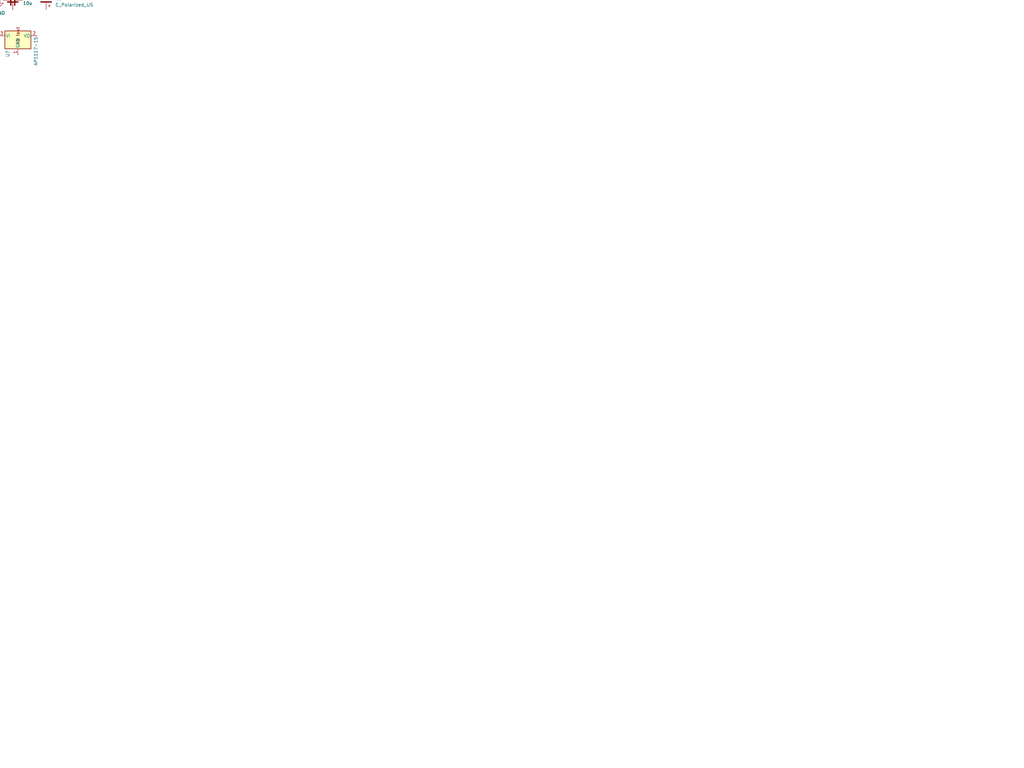
<source format=kicad_sch>
(kicad_sch (version 20211123) (generator eeschema)
  (paper "User" 399.999 299.999)
  (title_block (title "page title") (date "2023-02-03") (rev "v1") (company "company") (comment 1 "comment 1") (comment 3 "comment 3") (comment 5 "comment 5") (comment 7 "comment 7") (comment 9 "comment 9"))
  (lib_symbols
    (symbol "Device:C" (pin_numbers hide) (pin_names (offset 0.254))
      (property "Reference" "C" (at 0.635 2.54 0))
      (property "Value" "C" (at 0.635 -2.54 0))
      (symbol "C_0_1"
        (polyline (pts (xy -2.032 -0.762) (xy 2.032 -0.762)) (stroke (width 0.508)))
        (polyline (pts (xy -2.032 0.762) (xy 2.032 0.762)) (stroke (width 0.508)))
      )
      (symbol "C_1_1"
        (pin passive line (at 0 3.81 270) (length 2.794) (name "~") (number "1"))
        (pin passive line (at 0 -3.81 90) (length 2.794) (name "~") (number "2"))
      )
    )
    (symbol "Device:C_Polarized_US" (pin_numbers hide) (pin_names (offset 0.254) hide)
      (property "Reference" "C" (at 0.635 2.54 0))
      (property "Value" "C_Polarized_US" (at 0.635 -2.54 0))
      (symbol "C_Polarized_US_0_1"
        (polyline (pts (xy -2.032 0.762) (xy 2.032 0.762)) (stroke (width 0.508)))
        (polyline (pts (xy -1.778 2.286) (xy -0.762 2.286)))
        (polyline (pts (xy -1.27 1.778) (xy -1.27 2.794)))
        (arc (start 2.032 -1.27) (mid 0 -0.5572) (end -2.032 -1.27) (stroke (width 0.508)))
      )
      (symbol "C_Polarized_US_1_1"
        (pin passive line (at 0 3.81 270) (length 2.794) (name "~") (number "1"))
        (pin passive line (at 0 -3.81 90) (length 3.302) (name "~") (number "2"))
      )
    )
    (symbol "Regulator_Linear:AP1117-15" (pin_names (offset 0.254))
      (property "Reference" "U?" (at -4 -7 90))
      (property "Value" "AP1117-15" (at 7 -6 90))
      (symbol "AP1117-15_0_0"
        (text "lib text" (at 0 0 900) (effects (font (size 1.27 1.27))))
      )
      (symbol "AP1117-15_0_1"
        (rectangle (start -5.08 -5.08) (end 5.08 1.905) (stroke (width 0.254)) (fill (type background)))
      )
      (symbol "AP1117-15_1_1"
        (pin power_in line (at 0 -7.62 90) (length 2.54) (name "GND") (number "1"))
        (pin power_out line (at 7.62 0 180) (length 2.54) (name "VO") (number "2"))
        (pin power_in line (at -7.62 0 0) (length 2.54) (name "VI") (number "3"))
      )
    )
    (symbol "power:GND" (power) (pin_names (offset 0))
      (property "Value" "GND" (at 0 -3.81 0))
      (symbol "GND_0_1"
        (polyline (pts (xy 0 0) (xy 0 -1.27) (xy 1.27 -1.27) (xy 0 -2.54) (xy -1.27 -1.27) (xy 0 -1.27)))
      )
      (symbol "GND_1_1"
        (pin power_in line (at 0 0 270) (length 0) hide (name "GND") (number "1"))
      )
    )
  )
  (bus_alias "abusalias" (members "member1" "member2"))
  (symbol (lib_id "Device:C") (at 5 0 90) (unit 1)
    (property "Reference" "C?" (at 5 -6.35 90))
    (property "Value" "10u" (at 5 -3.81 90))
    (property "Footprint" "Capacitor_SMD:C_0603_1608Metric" (effects hide))
  )
  (symbol (lib_id "Device:C") (at 5 0 0) (unit 1)
    (property "Reference" "C1" (at 8.89 -1.2701 0) (effects (justify left)))
    (property "Value" "10u" (at 8.89 1.2699 0) (effects (justify left)))
    (property "Footprint" "Capacitor_SMD:C_0603_1608Metric" (effects hide))
  )
  (symbol (lib_id "power:GND") (at 0 0 0) (unit 1)
    (property "Reference" "#PWR?" (effects hide))
    (property "Value" "GND" (at 0 5.08 0))
  )
  (symbol (lib_id "Regulator_Linear:AP1117-15") (at 7 14 0) (unit 1)
    (property "Reference" "U?" (at 3 21 90))
    (property "Value" "AP1117-15" (at 14 20 90))
    (property "Footprint" "Package_TO_SOT_SMD:SOT-223-3_TabPin2" (effects hide))
    (property "Datasheet" "http://www.diodes.com/datasheets/AP1117.pdf" (effects hide))
  )
  (symbol (lib_id "Device:C_Polarized_US") (at 18 0 180) (unit 1)
    (property "Reference" "C2" (at 21.59 -0.6351 0) (effects (font bold italic) (justify right)))
    (property "Value" "C_Polarized_US" (at 21.59 1.9049 0) (effects (justify right)))
  )
)
</source>
